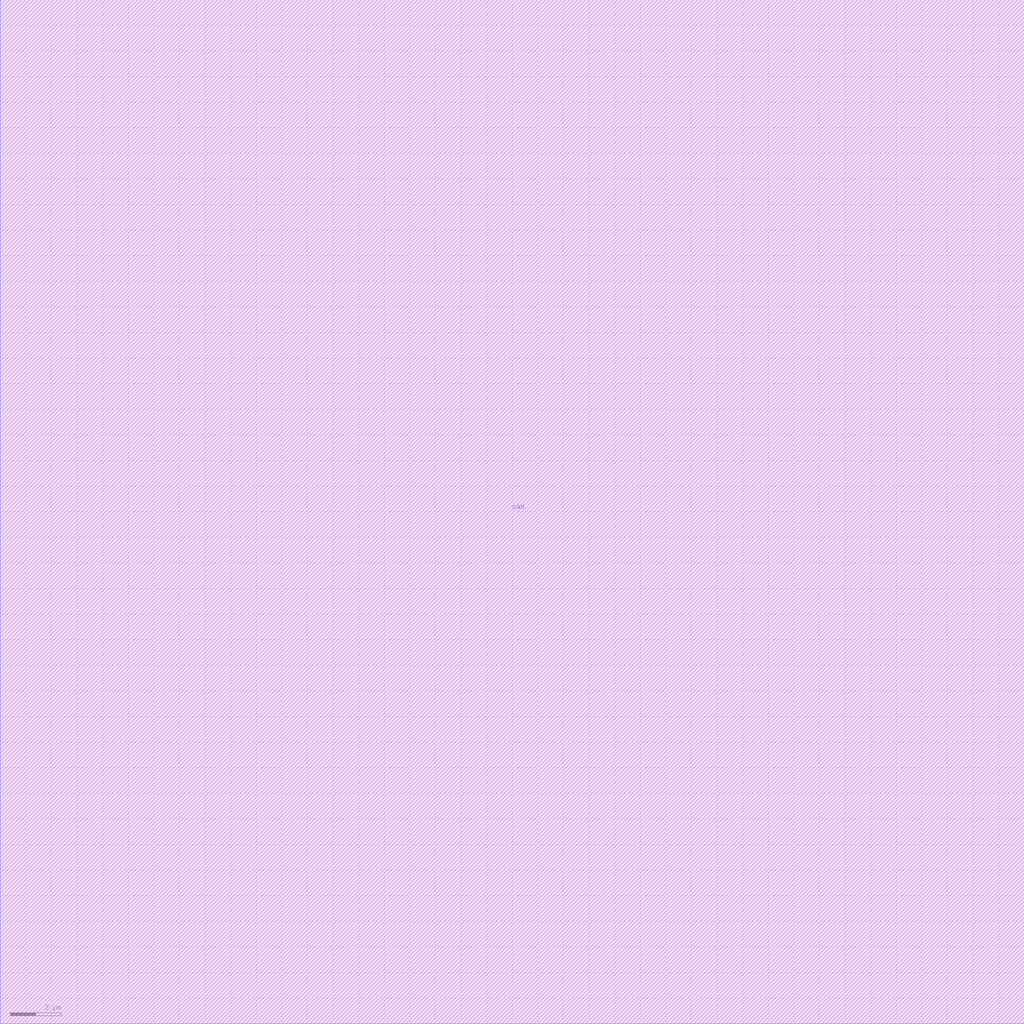
<source format=lef>
VERSION 5.7 ;
BUSBITCHARS "[]" ;
DIVIDERCHAR "/" ;

MACRO interconnect
  CLASS COVER BUMP ;
  SIZE 40 BY 40 ;
  ORIGIN 0 0 ;
  PIN pin
    DIRECTION INOUT ;
    USE SIGNAL ;
    PORT
      LAYER met9 ;
        RECT 0 0 40 40 ;
    END
  END pin
  PIN pad
    DIRECTION INOUT ;
    USE SIGNAL ;
    PORT
      CLASS BUMP ;
      LAYER met10 ;
        RECT 0 0 40 40 ;
    END
  END pad
END interconnect

</source>
